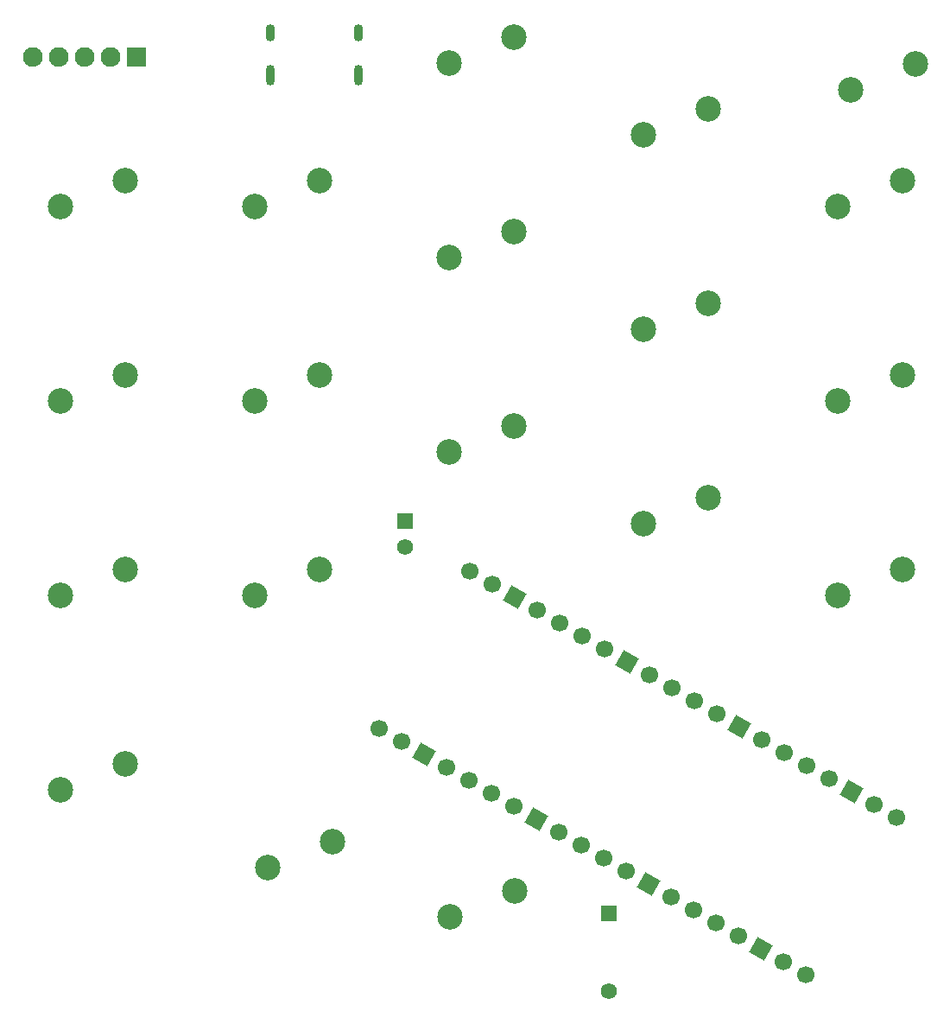
<source format=gbr>
%TF.GenerationSoftware,KiCad,Pcbnew,7.0.9-7.0.9~ubuntu22.04.1*%
%TF.CreationDate,2023-12-10T16:47:25+03:00*%
%TF.ProjectId,Keeb,4b656562-2e6b-4696-9361-645f70636258,rev?*%
%TF.SameCoordinates,Original*%
%TF.FileFunction,Copper,L1,Top*%
%TF.FilePolarity,Positive*%
%FSLAX46Y46*%
G04 Gerber Fmt 4.6, Leading zero omitted, Abs format (unit mm)*
G04 Created by KiCad (PCBNEW 7.0.9-7.0.9~ubuntu22.04.1) date 2023-12-10 16:47:25*
%MOMM*%
%LPD*%
G01*
G04 APERTURE LIST*
G04 Aperture macros list*
%AMHorizOval*
0 Thick line with rounded ends*
0 $1 width*
0 $2 $3 position (X,Y) of the first rounded end (center of the circle)*
0 $4 $5 position (X,Y) of the second rounded end (center of the circle)*
0 Add line between two ends*
20,1,$1,$2,$3,$4,$5,0*
0 Add two circle primitives to create the rounded ends*
1,1,$1,$2,$3*
1,1,$1,$4,$5*%
%AMRotRect*
0 Rectangle, with rotation*
0 The origin of the aperture is its center*
0 $1 length*
0 $2 width*
0 $3 Rotation angle, in degrees counterclockwise*
0 Add horizontal line*
21,1,$1,$2,0,0,$3*%
G04 Aperture macros list end*
%TA.AperFunction,ComponentPad*%
%ADD10C,2.500000*%
%TD*%
%TA.AperFunction,ComponentPad*%
%ADD11R,1.575000X1.575000*%
%TD*%
%TA.AperFunction,ComponentPad*%
%ADD12C,1.575000*%
%TD*%
%TA.AperFunction,ComponentPad*%
%ADD13HorizOval,1.700000X0.000000X0.000000X0.000000X0.000000X0*%
%TD*%
%TA.AperFunction,ComponentPad*%
%ADD14RotRect,1.700000X1.700000X60.000000*%
%TD*%
%TA.AperFunction,ComponentPad*%
%ADD15R,1.580000X1.580000*%
%TD*%
%TA.AperFunction,ComponentPad*%
%ADD16C,1.580000*%
%TD*%
%TA.AperFunction,ComponentPad*%
%ADD17C,1.930400*%
%TD*%
%TA.AperFunction,ComponentPad*%
%ADD18R,1.930400X1.930400*%
%TD*%
%TA.AperFunction,ComponentPad*%
%ADD19O,0.900000X2.000000*%
%TD*%
%TA.AperFunction,ComponentPad*%
%ADD20O,0.900000X1.700000*%
%TD*%
%TA.AperFunction,Conductor*%
%ADD21C,0.250000*%
%TD*%
G04 APERTURE END LIST*
D10*
%TO.P,SW3,1*%
%TO.N,GND*%
X184515000Y-53077944D03*
%TO.P,SW3,2*%
%TO.N,26*%
X190865000Y-50537944D03*
%TD*%
%TO.P,SW4,1*%
%TO.N,GND*%
X184515000Y-72127944D03*
%TO.P,SW4,2*%
%TO.N,27*%
X190865000Y-69587944D03*
%TD*%
%TO.P,SW5,1*%
%TO.N,28*%
X184515000Y-91177944D03*
%TO.P,SW5,2*%
%TO.N,GND*%
X190865000Y-88637944D03*
%TD*%
%TO.P,SW6,1*%
%TO.N,19*%
X165465000Y-46027944D03*
%TO.P,SW6,2*%
%TO.N,GND*%
X171815000Y-43487944D03*
%TD*%
%TO.P,SW7,1*%
%TO.N,20*%
X165465000Y-65077944D03*
%TO.P,SW7,2*%
%TO.N,GND*%
X171815000Y-62537944D03*
%TD*%
%TO.P,SW8,1*%
%TO.N,21*%
X165465000Y-84127944D03*
%TO.P,SW8,2*%
%TO.N,GND*%
X171815000Y-81587944D03*
%TD*%
%TO.P,SW9,1*%
%TO.N,18*%
X146415000Y-38977944D03*
%TO.P,SW9,2*%
%TO.N,GND*%
X152765000Y-36437944D03*
%TD*%
%TO.P,SW10,1*%
%TO.N,17*%
X146415000Y-58027944D03*
%TO.P,SW10,2*%
%TO.N,GND*%
X152765000Y-55487944D03*
%TD*%
%TO.P,SW11,1*%
%TO.N,16*%
X146415000Y-77077944D03*
%TO.P,SW11,2*%
%TO.N,GND*%
X152765000Y-74537944D03*
%TD*%
%TO.P,SW13,1*%
%TO.N,GND*%
X127365000Y-53077944D03*
%TO.P,SW13,2*%
%TO.N,13*%
X133715000Y-50537944D03*
%TD*%
%TO.P,SW14,1*%
%TO.N,GND*%
X127365000Y-72127944D03*
%TO.P,SW14,2*%
%TO.N,10*%
X133715000Y-69587944D03*
%TD*%
%TO.P,SW15,1*%
%TO.N,GND*%
X127365000Y-91177944D03*
%TO.P,SW15,2*%
%TO.N,11*%
X133715000Y-88637944D03*
%TD*%
%TO.P,SW16,1*%
%TO.N,4*%
X134985000Y-115307944D03*
%TO.P,SW16,2*%
%TO.N,GND*%
X128635000Y-117847944D03*
%TD*%
%TO.P,SW17,1*%
%TO.N,GND*%
X108315000Y-53077944D03*
%TO.P,SW17,2*%
%TO.N,12*%
X114665000Y-50537944D03*
%TD*%
%TO.P,SW18,1*%
%TO.N,GND*%
X108315000Y-72127944D03*
%TO.P,SW18,2*%
%TO.N,5*%
X114665000Y-69587944D03*
%TD*%
%TO.P,SW19,1*%
%TO.N,GND*%
X108315000Y-91177944D03*
%TO.P,SW19,2*%
%TO.N,3*%
X114665000Y-88637944D03*
%TD*%
%TO.P,SW20,1*%
%TO.N,GND*%
X108315000Y-110227944D03*
%TO.P,SW20,2*%
%TO.N,0*%
X114665000Y-107687944D03*
%TD*%
%TO.P,SW2,1*%
%TO.N,22*%
X192135000Y-39107944D03*
%TO.P,SW2,2*%
%TO.N,GND*%
X185785000Y-41647944D03*
%TD*%
%TO.P,SW1,1*%
%TO.N,1*%
X146490000Y-122632944D03*
%TO.P,SW1,2*%
%TO.N,GND*%
X152840000Y-120092944D03*
%TD*%
D11*
%TO.P,J2,1,1*%
%TO.N,VSYS*%
X142130000Y-83882944D03*
D12*
%TO.P,J2,2,2*%
%TO.N,Net-(J2-Pad2)*%
X142130000Y-86382944D03*
%TD*%
D13*
%TO.P,U1,1,GPIO0*%
%TO.N,0*%
X181374140Y-128298854D03*
%TO.P,U1,2,GPIO1*%
%TO.N,1*%
X179174435Y-127028854D03*
D14*
%TO.P,U1,3,GND*%
%TO.N,GND*%
X176974731Y-125758854D03*
D13*
%TO.P,U1,4,GPIO2*%
%TO.N,2*%
X174775026Y-124488854D03*
%TO.P,U1,5,GPIO3*%
%TO.N,3*%
X172575322Y-123218854D03*
%TO.P,U1,6,GPIO4*%
%TO.N,4*%
X170375617Y-121948854D03*
%TO.P,U1,7,GPIO5*%
%TO.N,5*%
X168175913Y-120678854D03*
D14*
%TO.P,U1,8,GND*%
%TO.N,GND*%
X165976208Y-119408854D03*
D13*
%TO.P,U1,9,GPIO6*%
%TO.N,6*%
X163776504Y-118138854D03*
%TO.P,U1,10,GPIO7*%
%TO.N,7*%
X161576799Y-116868854D03*
%TO.P,U1,11,GPIO8*%
%TO.N,8*%
X159377095Y-115598854D03*
%TO.P,U1,12,GPIO9*%
%TO.N,9*%
X157177390Y-114328854D03*
D14*
%TO.P,U1,13,GND*%
%TO.N,GND*%
X154977686Y-113058854D03*
D13*
%TO.P,U1,14,GPIO10*%
%TO.N,10*%
X152777981Y-111788854D03*
%TO.P,U1,15,GPIO11*%
%TO.N,11*%
X150578277Y-110518854D03*
%TO.P,U1,16,GPIO12*%
%TO.N,12*%
X148378572Y-109248854D03*
%TO.P,U1,17,GPIO13*%
%TO.N,13*%
X146178868Y-107978854D03*
D14*
%TO.P,U1,18,GND*%
%TO.N,GND*%
X143979163Y-106708854D03*
D13*
%TO.P,U1,19,GPIO14*%
%TO.N,14*%
X141779459Y-105438854D03*
%TO.P,U1,20,GPIO15*%
%TO.N,15*%
X139579754Y-104168854D03*
%TO.P,U1,21,GPIO16*%
%TO.N,16*%
X148469754Y-88770922D03*
%TO.P,U1,22,GPIO17*%
%TO.N,17*%
X150669459Y-90040922D03*
D14*
%TO.P,U1,23,GND*%
%TO.N,GND*%
X152869163Y-91310922D03*
D13*
%TO.P,U1,24,GPIO18*%
%TO.N,18*%
X155068868Y-92580922D03*
%TO.P,U1,25,GPIO19*%
%TO.N,19*%
X157268572Y-93850922D03*
%TO.P,U1,26,GPIO20*%
%TO.N,20*%
X159468277Y-95120922D03*
%TO.P,U1,27,GPIO21*%
%TO.N,21*%
X161667981Y-96390922D03*
D14*
%TO.P,U1,28,GND*%
%TO.N,GND*%
X163867686Y-97660922D03*
D13*
%TO.P,U1,29,GPIO22*%
%TO.N,22*%
X166067390Y-98930922D03*
%TO.P,U1,30,RUN*%
%TO.N,unconnected-(U1-RUN-Pad30)*%
X168267095Y-100200922D03*
%TO.P,U1,31,GPIO26_ADC0*%
%TO.N,26*%
X170466799Y-101470922D03*
%TO.P,U1,32,GPIO27_ADC1*%
%TO.N,27*%
X172666504Y-102740922D03*
D14*
%TO.P,U1,33,AGND*%
%TO.N,GND*%
X174866208Y-104010922D03*
D13*
%TO.P,U1,34,GPIO28_ADC2*%
%TO.N,28*%
X177065913Y-105280922D03*
%TO.P,U1,35,ADC_VREF*%
%TO.N,unconnected-(U1-ADC_VREF-Pad35)*%
X179265617Y-106550922D03*
%TO.P,U1,36,3V3*%
%TO.N,unconnected-(U1-3V3-Pad36)*%
X181465322Y-107820922D03*
%TO.P,U1,37,3V3_EN*%
%TO.N,unconnected-(U1-3V3_EN-Pad37)*%
X183665026Y-109090922D03*
D14*
%TO.P,U1,38,GND*%
%TO.N,GND*%
X185864731Y-110360922D03*
D13*
%TO.P,U1,39,VSYS*%
%TO.N,VSYS*%
X188064435Y-111630922D03*
%TO.P,U1,40,VBUS*%
%TO.N,3v3*%
X190264140Y-112900922D03*
%TD*%
D15*
%TO.P,S1,1A*%
%TO.N,GND*%
X162140000Y-122342944D03*
D16*
%TO.P,S1,1B*%
%TO.N,Net-(J2-Pad2)*%
X162140000Y-129962944D03*
%TD*%
D17*
%TO.P,U2,CLK,CLK*%
%TO.N,7*%
X105600000Y-38372944D03*
%TO.P,U2,DT,DT*%
%TO.N,8*%
X108140000Y-38372944D03*
D18*
%TO.P,U2,GND,GND*%
%TO.N,GND*%
X115760000Y-38372944D03*
D17*
%TO.P,U2,SW,SW*%
%TO.N,9*%
X110680000Y-38372944D03*
%TO.P,U2,VCC,VCC*%
%TO.N,3v3*%
X113220000Y-38372944D03*
%TD*%
D19*
%TO.P,J1,S1,SHIELD*%
%TO.N,Net-(J1-SHIELD-PadS1)*%
X128940000Y-40210000D03*
%TO.P,J1,S2,SHIELD*%
X137590000Y-40210000D03*
D20*
%TO.P,J1,S3,SHIELD*%
X128940000Y-36040000D03*
%TO.P,J1,S4,SHIELD*%
X137590000Y-36040000D03*
%TD*%
D21*
%TO.N,Net-(J2-Pad2)*%
X162140000Y-129962944D02*
X162566250Y-130389194D01*
%TD*%
M02*

</source>
